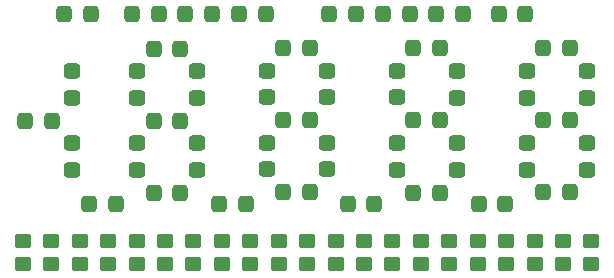
<source format=gbr>
%TF.GenerationSoftware,KiCad,Pcbnew,8.0.5*%
%TF.CreationDate,2024-09-28T22:07:55-04:00*%
%TF.ProjectId,Fluke_LCD,466c756b-655f-44c4-9344-2e6b69636164,rev?*%
%TF.SameCoordinates,Original*%
%TF.FileFunction,Paste,Top*%
%TF.FilePolarity,Positive*%
%FSLAX46Y46*%
G04 Gerber Fmt 4.6, Leading zero omitted, Abs format (unit mm)*
G04 Created by KiCad (PCBNEW 8.0.5) date 2024-09-28 22:07:55*
%MOMM*%
%LPD*%
G01*
G04 APERTURE LIST*
G04 Aperture macros list*
%AMRoundRect*
0 Rectangle with rounded corners*
0 $1 Rounding radius*
0 $2 $3 $4 $5 $6 $7 $8 $9 X,Y pos of 4 corners*
0 Add a 4 corners polygon primitive as box body*
4,1,4,$2,$3,$4,$5,$6,$7,$8,$9,$2,$3,0*
0 Add four circle primitives for the rounded corners*
1,1,$1+$1,$2,$3*
1,1,$1+$1,$4,$5*
1,1,$1+$1,$6,$7*
1,1,$1+$1,$8,$9*
0 Add four rect primitives between the rounded corners*
20,1,$1+$1,$2,$3,$4,$5,0*
20,1,$1+$1,$4,$5,$6,$7,0*
20,1,$1+$1,$6,$7,$8,$9,0*
20,1,$1+$1,$8,$9,$2,$3,0*%
G04 Aperture macros list end*
%ADD10RoundRect,0.282608X-0.417392X0.367392X-0.417392X-0.367392X0.417392X-0.367392X0.417392X0.367392X0*%
%ADD11RoundRect,0.282608X-0.367392X-0.417392X0.367392X-0.417392X0.367392X0.417392X-0.367392X0.417392X0*%
%ADD12RoundRect,0.250000X0.450000X-0.350000X0.450000X0.350000X-0.450000X0.350000X-0.450000X-0.350000X0*%
G04 APERTURE END LIST*
D10*
%TO.C,D15*%
X213453000Y-144260000D03*
X213453000Y-146520000D03*
%TD*%
D11*
%TO.C,D7*%
X198793000Y-148494000D03*
X201053000Y-148494000D03*
%TD*%
D10*
%TO.C,D41*%
X191890000Y-138215000D03*
X191890000Y-140475000D03*
%TD*%
D11*
%TO.C,D13*%
X209728000Y-148434000D03*
X211988000Y-148434000D03*
%TD*%
D10*
%TO.C,D22*%
X224453000Y-138201000D03*
X224453000Y-140461000D03*
%TD*%
D12*
%TO.C,R6*%
X192528000Y-154564000D03*
X192528000Y-152564000D03*
%TD*%
D10*
%TO.C,D3*%
X202473000Y-138210000D03*
X202473000Y-140470000D03*
%TD*%
D11*
%TO.C,D39*%
X196958000Y-133394000D03*
X199218000Y-133394000D03*
%TD*%
D10*
%TO.C,D23*%
X224453000Y-144297000D03*
X224453000Y-146557000D03*
%TD*%
D12*
%TO.C,R38*%
X231038000Y-154564000D03*
X231038000Y-152564000D03*
%TD*%
%TO.C,R34*%
X226218000Y-154564000D03*
X226218000Y-152564000D03*
%TD*%
D11*
%TO.C,D19*%
X220760000Y-136250000D03*
X223020000Y-136250000D03*
%TD*%
%TO.C,D28*%
X231764000Y-142390000D03*
X234024000Y-142390000D03*
%TD*%
%TO.C,D34*%
X218208000Y-133394000D03*
X220468000Y-133394000D03*
%TD*%
%TO.C,D44*%
X193308000Y-149494000D03*
X195568000Y-149494000D03*
%TD*%
D10*
%TO.C,D31*%
X235453000Y-144297000D03*
X235453000Y-146557000D03*
%TD*%
D11*
%TO.C,D4*%
X198793000Y-142398000D03*
X201053000Y-142398000D03*
%TD*%
D10*
%TO.C,D43*%
X191890000Y-144305000D03*
X191890000Y-146565000D03*
%TD*%
D12*
%TO.C,R40*%
X233448000Y-154564000D03*
X233448000Y-152564000D03*
%TD*%
D11*
%TO.C,D11*%
X209760000Y-136240000D03*
X212020000Y-136240000D03*
%TD*%
%TO.C,D27*%
X231760000Y-136270000D03*
X234020000Y-136270000D03*
%TD*%
%TO.C,D33*%
X222708000Y-133394000D03*
X224968000Y-133394000D03*
%TD*%
D12*
%TO.C,R18*%
X206958000Y-154564000D03*
X206958000Y-152564000D03*
%TD*%
%TO.C,R12*%
X199748000Y-154564000D03*
X199748000Y-152564000D03*
%TD*%
%TO.C,R36*%
X228628000Y-154564000D03*
X228628000Y-152564000D03*
%TD*%
D11*
%TO.C,D36*%
X206008000Y-133414000D03*
X208268000Y-133414000D03*
%TD*%
D10*
%TO.C,D9*%
X208373000Y-138164000D03*
X208373000Y-140424000D03*
%TD*%
D11*
%TO.C,D42*%
X187908000Y-142434000D03*
X190168000Y-142434000D03*
%TD*%
D10*
%TO.C,D18*%
X219373000Y-144297000D03*
X219373000Y-146557000D03*
%TD*%
D12*
%TO.C,R8*%
X194938000Y-154564000D03*
X194938000Y-152564000D03*
%TD*%
D10*
%TO.C,D6*%
X202473000Y-144306000D03*
X202473000Y-146566000D03*
%TD*%
D12*
%TO.C,R32*%
X223818000Y-154564000D03*
X223818000Y-152564000D03*
%TD*%
D11*
%TO.C,D24*%
X226308000Y-149494000D03*
X228568000Y-149494000D03*
%TD*%
%TO.C,D40*%
X191208000Y-133394000D03*
X193468000Y-133394000D03*
%TD*%
D12*
%TO.C,R1*%
X216598000Y-154564000D03*
X216598000Y-152564000D03*
%TD*%
D11*
%TO.C,D32*%
X228008000Y-133394000D03*
X230268000Y-133394000D03*
%TD*%
%TO.C,D2*%
X198793000Y-136302000D03*
X201053000Y-136302000D03*
%TD*%
D12*
%TO.C,R10*%
X197338000Y-154564000D03*
X197338000Y-152564000D03*
%TD*%
D11*
%TO.C,D35*%
X213658000Y-133394000D03*
X215918000Y-133394000D03*
%TD*%
%TO.C,D20*%
X220772500Y-142390000D03*
X223032500Y-142390000D03*
%TD*%
%TO.C,D21*%
X220773000Y-148494000D03*
X223033000Y-148494000D03*
%TD*%
D12*
%TO.C,R42*%
X235848000Y-154564000D03*
X235848000Y-152564000D03*
%TD*%
%TO.C,R28*%
X218998000Y-154564000D03*
X218998000Y-152564000D03*
%TD*%
D11*
%TO.C,D8*%
X204308000Y-149494000D03*
X206568000Y-149494000D03*
%TD*%
D10*
%TO.C,D14*%
X213453000Y-138164000D03*
X213453000Y-140424000D03*
%TD*%
%TO.C,D26*%
X230373000Y-144297000D03*
X230373000Y-146557000D03*
%TD*%
D12*
%TO.C,R20*%
X209378000Y-154564000D03*
X209378000Y-152564000D03*
%TD*%
%TO.C,R14*%
X202158000Y-154564000D03*
X202158000Y-152564000D03*
%TD*%
D10*
%TO.C,D5*%
X197393000Y-144306000D03*
X197393000Y-146566000D03*
%TD*%
D12*
%TO.C,R16*%
X204568000Y-154564000D03*
X204568000Y-152564000D03*
%TD*%
%TO.C,R22*%
X211788000Y-154564000D03*
X211788000Y-152564000D03*
%TD*%
D10*
%TO.C,D25*%
X230373000Y-138201000D03*
X230373000Y-140461000D03*
%TD*%
D11*
%TO.C,D16*%
X215208000Y-149494000D03*
X217468000Y-149494000D03*
%TD*%
D10*
%TO.C,D17*%
X219360000Y-138170000D03*
X219360000Y-140430000D03*
%TD*%
%TO.C,D30*%
X235453000Y-138201000D03*
X235453000Y-140461000D03*
%TD*%
D11*
%TO.C,D12*%
X209760000Y-142340000D03*
X212020000Y-142340000D03*
%TD*%
D10*
%TO.C,D1*%
X197393000Y-138210000D03*
X197393000Y-140470000D03*
%TD*%
D12*
%TO.C,R24*%
X214188000Y-154564000D03*
X214188000Y-152564000D03*
%TD*%
D11*
%TO.C,D38*%
X201458000Y-133394000D03*
X203718000Y-133394000D03*
%TD*%
D12*
%TO.C,R2*%
X187718000Y-154564000D03*
X187718000Y-152564000D03*
%TD*%
%TO.C,R30*%
X221408000Y-154564000D03*
X221408000Y-152564000D03*
%TD*%
D11*
%TO.C,D29*%
X231764000Y-148476000D03*
X234024000Y-148476000D03*
%TD*%
D10*
%TO.C,D10*%
X208373000Y-144269000D03*
X208373000Y-146529000D03*
%TD*%
D12*
%TO.C,R4*%
X190118000Y-154564000D03*
X190118000Y-152564000D03*
%TD*%
M02*

</source>
